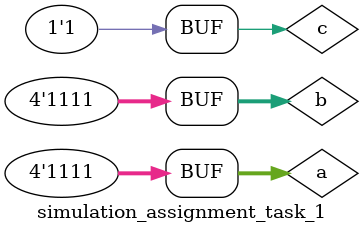
<source format=v>
module FullAdder (a, b, c, sum, carry);
  input a, b, c;
  output sum, carry;
  wire temp1, temp2, temp3;
  
  assign temp1 = a ^ b;
  assign temp2 = ~(a & b);
  assign sum = c ^ temp1;
  assign temp3 = ~(c & temp1);
  assign carry = ~(temp2 & temp3);
  
endmodule

module FourBitFullAdder(a, b, c, sum, carry);
  input [3:0] a, b;  input c;
  output [3:0] sum; output carry;
  wire c1, c2, c3;
  
  FullAdder FA_1 (a[0], b[0], c, sum[0], c1);
  FullAdder FA_2 (a[1], b[1], c1, sum[1], c2);
  FullAdder FA_3 (a[2], b[2], c2, sum[2], c3);
  FullAdder FA_4 (a[3], b[3], c3, sum[3], carry);
  
endmodule

module simulation_assignment_task_1();
  reg [3:0] a, b;   reg c;
  wire [3:0] sum;   wire carry;
  
  FourBitFullAdder FourBit_FA (a, b, c, sum, carry);
  
  initial
  begin
    
    a = 4'b0000;  b = 4'b0000;  c = 1'b0;
    
    #10
    a = 4'b1010;  b = 4'b0101;  c = 1'b0;
    
    #10
    a = 4'b1100;  b = 4'b1000;  c = 1'b1;
    
    #10
    a = 4'b1001;  b = 4'b1010;  c = 1'b0;
    
    #10
    a = 4'b1010;  b = 4'b0110;  c = 1'b0;
    
    #10
    a = 4'b1111;  b = 4'b1111;  c = 1'b1;
    
  end
  
  initial
  $monitor("a = %d, b = %d and c = %d and sum = $d and carry = %d", a, b, c, sum, carry);
  
endmodule
</source>
